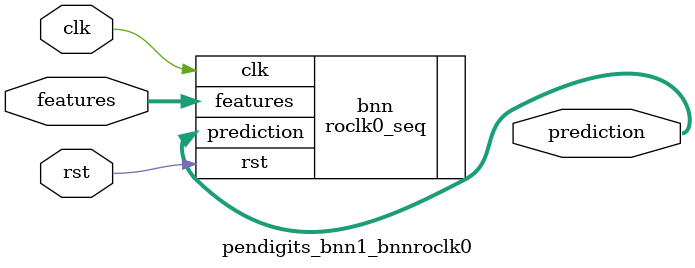
<source format=v>













module pendigits_bnn1_bnnroclk0 #(

parameter FEAT_CNT = 16,
parameter HIDDEN_CNT = 40,
parameter FEAT_BITS = 4,
parameter CLASS_CNT = 10,
parameter TEST_CNT = 1000


  ) (
  input clk,
  input rst,
  input [FEAT_CNT*FEAT_BITS-1:0] features,
  output [$clog2(CLASS_CNT)-1:0] prediction
  );

  localparam Weights0 = 640'b0101101001100011101101101101100110110001000001111010010111001000110110101111010101010001111100000110101111111000111000001101101000000011010100101110100101011010010010111010010010010101010110001011110100100011010011100001101100010110101111011010111110110001101100101111010110110101000010011110111110000101010111111100000110010010001111011111101111010000010100000101100101001010000110110100001111101100101100000010101110100100001101111011101011100101011010100101001111001010000111010000011100001011000000000010111100000101001110001010010100011110010010100110001001001011111110000001011011101101010100011111000001001101000110100010101101000010 ;
  localparam Weights1 = 400'b0000100000101111101101100001011000110000011110110111101011101100111100000000000001011101010001011000011110000100011101100111000000001111010000000110111100001000010010110010110110100000011111111101000010001000011011000111010110000010000010110101011011010111100111100010101011111110110001011100011000001010100011000011111010001111111000101011111010000101001111000111000011011001011111000001101001000001 ;

  roclk0_seq #(.FEAT_CNT(FEAT_CNT),.FEAT_BITS(FEAT_BITS),.HIDDEN_CNT(HIDDEN_CNT),.CLASS_CNT(CLASS_CNT),.Weights0(Weights0),.Weights1(Weights1)) bnn (
    .clk(clk),
    .rst(rst),
    .features(features),
    .prediction(prediction)
  );

endmodule

</source>
